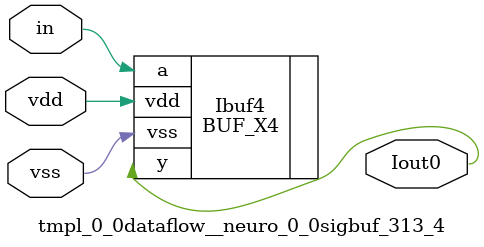
<source format=v>
module tmpl_0_0dataflow__neuro_0_0sigbuf_313_4(in, Iout0 , vdd, vss); 
   input vdd;
   input vss;
   input in;
   

// -- signals ---
   wire in;
   output Iout0 ;

// --- instances
BUF_X4 Ibuf4  (.y(Iout0 ), .a(in), .vdd(vdd), .vss(vss));
endmodule
</source>
